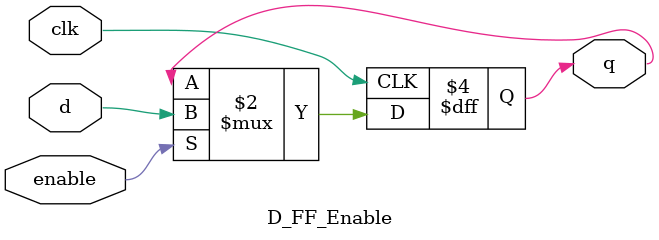
<source format=v>
/*
Anthony De Caria - October 13, 2016

This is a D Flip Flop with a separate enable.
*/

module D_FF_Enable(clk, enable, d, q);
	
	input clk;
	input enable;
	input d;
	output reg q;
	
	always @(posedge clk)
	begin
		if (enable)
		begin
			q <= d;
		end
	end
	
endmodule


</source>
